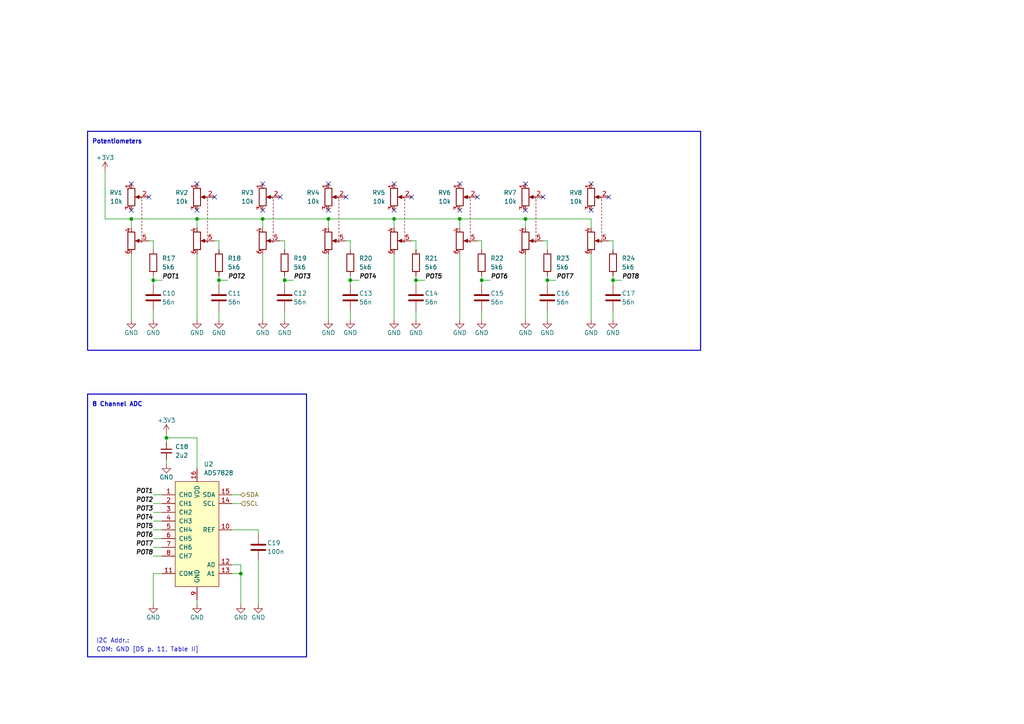
<source format=kicad_sch>
(kicad_sch (version 20230121) (generator eeschema)
  (paper "A4")
  (lib_symbols
    (symbol "Analog_ADC:ADS7828" (pin_names (offset 1.016))
      (property "Reference" "U" (at -5.08 15.24 0))
      (property "Value" "ADS7828" (at 5.08 15.24 0))
      (symbol "ADS7828_0_1"
        (rectangle (start -6.35 13.97) (end 6.35 -16.51) (fill (type background)))
        (rectangle (start 6.35 -15.24) (end 6.35 -15.24))
      )
      (symbol "ADS7828_1_1"
        (pin input line (at -10.16 10.16 0) (length 3.81) (name "CH0") (number "1"))
        (pin bidirectional line (at 10.16 0 180) (length 3.81) (name "REF") (number "10"))
        (pin input line (at -10.16 -12.7 0) (length 3.81) (name "COM") (number "11"))
        (pin input line (at 10.16 -10.16 180) (length 3.81) (name "A0") (number "12"))
        (pin input line (at 10.16 -12.7 180) (length 3.81) (name "A1") (number "13"))
        (pin input line (at 10.16 7.62 180) (length 3.81) (name "SCL") (number "14"))
        (pin bidirectional line (at 10.16 10.16 180) (length 3.81) (name "SDA") (number "15"))
        (pin power_in line (at 0 17.78 270) (length 3.81) (name "VDD") (number "16"))
        (pin input line (at -10.16 7.62 0) (length 3.81) (name "CH1") (number "2"))
        (pin input line (at -10.16 5.08 0) (length 3.81) (name "CH2") (number "3"))
        (pin input line (at -10.16 2.54 0) (length 3.81) (name "CH3") (number "4"))
        (pin input line (at -10.16 0 0) (length 3.81) (name "CH4") (number "5"))
        (pin input line (at -10.16 -2.54 0) (length 3.81) (name "CH5") (number "6"))
        (pin input line (at -10.16 -5.08 0) (length 3.81) (name "CH6") (number "7"))
        (pin input line (at -10.16 -7.62 0) (length 3.81) (name "CH7") (number "8"))
        (pin power_in line (at 0 -20.32 90) (length 3.81) (name "GND") (number "9"))
      )
    )
    (symbol "Device:C" (pin_numbers hide) (pin_names (offset 0.254))
      (property "Reference" "C" (at 0.635 2.54 0))
      (property "Value" "C" (at 0.635 -2.54 0))
      (symbol "C_0_1"
        (polyline (pts (xy -2.032 -0.762) (xy 2.032 -0.762)) (stroke (width 0.508)))
        (polyline (pts (xy -2.032 0.762) (xy 2.032 0.762)) (stroke (width 0.508)))
      )
      (symbol "C_1_1"
        (pin passive line (at 0 3.81 270) (length 2.794) (name "~") (number "1"))
        (pin passive line (at 0 -3.81 90) (length 2.794) (name "~") (number "2"))
      )
    )
    (symbol "Device:C_Small" (pin_numbers hide) (pin_names (offset 0.254) hide)
      (property "Reference" "C" (at 0.254 1.778 0))
      (property "Value" "C_Small" (at 0.254 -2.032 0))
      (symbol "C_Small_0_1"
        (polyline (pts (xy -1.524 -0.508) (xy 1.524 -0.508)) (stroke (width 0.3302)))
        (polyline (pts (xy -1.524 0.508) (xy 1.524 0.508)) (stroke (width 0.3048)))
      )
      (symbol "C_Small_1_1"
        (pin passive line (at 0 2.54 270) (length 2.032) (name "~") (number "1"))
        (pin passive line (at 0 -2.54 90) (length 2.032) (name "~") (number "2"))
      )
    )
    (symbol "Device:R" (pin_numbers hide) (pin_names (offset 0))
      (property "Reference" "R" (at 2.032 0 90))
      (property "Value" "R" (at 0 0 90))
      (symbol "R_0_1"
        (rectangle (start -1.016 -2.54) (end 1.016 2.54) (stroke (width 0.254)))
      )
      (symbol "R_1_1"
        (pin passive line (at 0 3.81 270) (length 1.27) (name "~") (number "1"))
        (pin passive line (at 0 -3.81 90) (length 1.27) (name "~") (number "2"))
      )
    )
    (symbol "Device:R_Potentiometer_Dual" (pin_names (offset 1.016) hide)
      (property "Reference" "RV" (at 0 3.81 0))
      (property "Value" "R_Potentiometer_Dual" (at 0 1.905 0))
      (symbol "R_Potentiometer_Dual_0_1"
        (rectangle (start -8.89 -1.524) (end -3.81 -3.556) (stroke (width 0.254)))
        (polyline (pts (xy -6.35 0) (xy -6.35 -1.016)))
        (polyline (pts (xy -6.35 0) (xy -6.35 -1.016)))
        (polyline (pts (xy -6.35 0) (xy -5.842 0.508)))
        (polyline (pts (xy -5.588 0.508) (xy -5.08 0.508)))
        (polyline (pts (xy -4.572 0.508) (xy -4.064 0.508)))
        (polyline (pts (xy -3.556 0.508) (xy -3.048 0.508)))
        (polyline (pts (xy -2.54 0.508) (xy -2.032 0.508)))
        (polyline (pts (xy -1.524 0.508) (xy -1.016 0.508)))
        (polyline (pts (xy -0.508 0.508) (xy 0 0.508)))
        (polyline (pts (xy 0.508 0.508) (xy 1.016 0.508)))
        (polyline (pts (xy 1.524 0.508) (xy 2.032 0.508)))
        (polyline (pts (xy 2.54 0.508) (xy 3.048 0.508)))
        (polyline (pts (xy 3.556 0.508) (xy 4.064 0.508)))
        (polyline (pts (xy 4.572 0.508) (xy 5.08 0.508)))
        (polyline (pts (xy 5.588 0.508) (xy 6.096 0.508)))
        (polyline (pts (xy 6.35 0) (xy 6.35 -1.016)))
        (polyline (pts (xy 6.35 0) (xy 6.35 -1.016)))
        (polyline (pts (xy 6.604 0.508) (xy 6.858 0.508) (xy 6.35 0)))
        (polyline (pts (xy -6.35 -1.397) (xy -6.858 -0.254) (xy -5.842 -0.254) (xy -6.35 -1.397)) (fill (type outline)))
        (polyline (pts (xy 6.35 -1.397) (xy 5.842 -0.254) (xy 6.858 -0.254) (xy 6.35 -1.397)) (fill (type outline)))
        (rectangle (start 3.81 -1.524) (end 8.89 -3.556) (stroke (width 0.254)))
      )
      (symbol "R_Potentiometer_Dual_1_1"
        (pin passive line (at -10.16 -2.54 0) (length 1.27) (name "1") (number "1"))
        (pin passive line (at -6.35 2.54 270) (length 2.54) (name "2") (number "2"))
        (pin passive line (at -2.54 -2.54 180) (length 1.27) (name "3") (number "3"))
        (pin passive line (at 2.54 -2.54 0) (length 1.27) (name "4") (number "4"))
        (pin passive line (at 6.35 2.54 270) (length 2.54) (name "5") (number "5"))
        (pin passive line (at 10.16 -2.54 180) (length 1.27) (name "6") (number "6"))
      )
    )
    (symbol "power:+3V3" (power) (pin_names (offset 0))
      (property "Value" "+3V3" (at 0 3.556 0))
      (symbol "+3V3_0_1"
        (polyline (pts (xy -0.762 1.27) (xy 0 2.54)))
        (polyline (pts (xy 0 0) (xy 0 2.54)))
        (polyline (pts (xy 0 2.54) (xy 0.762 1.27)))
      )
      (symbol "+3V3_1_1"
        (pin power_in line (at 0 0 90) (length 0) hide (name "+3V3") (number "1"))
      )
    )
    (symbol "power:GND" (power) (pin_names (offset 0))
      (property "Value" "GND" (at 0 -3.81 0))
      (symbol "GND_0_1"
        (polyline (pts (xy 0 0) (xy 0 -1.27) (xy 1.27 -1.27) (xy 0 -2.54) (xy -1.27 -1.27) (xy 0 -1.27)))
      )
      (symbol "GND_1_1"
        (pin power_in line (at 0 0 270) (length 0) hide (name "GND") (number "1"))
      )
    )
  )
  (junction (at 48.26 127))
  (junction (at 101.6 81.28))
  (junction (at 95.25 63.5))
  (junction (at 82.55 81.28))
  (junction (at 152.4 63.5))
  (junction (at 44.45 81.28))
  (junction (at 69.85 166.37))
  (junction (at 158.75 81.28))
  (junction (at 133.35 63.5))
  (junction (at 63.5 81.28))
  (junction (at 177.8 81.28))
  (junction (at 114.3 63.5))
  (junction (at 120.65 81.28))
  (junction (at 38.1 63.5))
  (junction (at 76.2 63.5))
  (junction (at 139.7 81.28))
  (junction (at 57.15 63.5))
  (no_connect (at 157.48 57.15))
  (no_connect (at 38.1 53.34))
  (no_connect (at 95.25 53.34))
  (no_connect (at 133.35 53.34))
  (no_connect (at 43.18 57.15))
  (no_connect (at 171.45 53.34))
  (no_connect (at 100.33 57.15))
  (no_connect (at 57.15 53.34))
  (no_connect (at 133.35 60.96))
  (no_connect (at 76.2 53.34))
  (no_connect (at 114.3 60.96))
  (no_connect (at 95.25 60.96))
  (no_connect (at 114.3 53.34))
  (no_connect (at 152.4 60.96))
  (no_connect (at 176.53 57.15))
  (no_connect (at 152.4 53.34))
  (no_connect (at 81.28 57.15))
  (no_connect (at 62.23 57.15))
  (no_connect (at 119.38 57.15))
  (no_connect (at 171.45 60.96))
  (no_connect (at 138.43 57.15))
  (no_connect (at 38.1 60.96))
  (no_connect (at 76.2 60.96))
  (no_connect (at 57.15 60.96))
  (wire (pts (xy 44.45 92.71) (xy 44.45 90.17)))
  (wire (pts (xy 44.45 158.75) (xy 46.99 158.75)))
  (wire (pts (xy 120.65 80.01) (xy 120.65 81.28)))
  (wire (pts (xy 63.5 80.01) (xy 63.5 81.28)))
  (wire (pts (xy 38.1 63.5) (xy 57.15 63.5)))
  (wire (pts (xy 48.26 127) (xy 57.15 127)))
  (wire (pts (xy 101.6 69.85) (xy 101.6 72.39)))
  (wire (pts (xy 76.2 73.66) (xy 76.2 92.71)))
  (wire (pts (xy 76.2 63.5) (xy 95.25 63.5)))
  (wire (pts (xy 176.53 69.85) (xy 177.8 69.85)))
  (wire (pts (xy 95.25 73.66) (xy 95.25 92.71)))
  (wire (pts (xy 133.35 63.5) (xy 152.4 63.5)))
  (wire (pts (xy 120.65 81.28) (xy 120.65 82.55)))
  (wire (pts (xy 101.6 80.01) (xy 101.6 81.28)))
  (wire (pts (xy 63.5 69.85) (xy 63.5 72.39)))
  (wire (pts (xy 114.3 63.5) (xy 133.35 63.5)))
  (wire (pts (xy 48.26 125.73) (xy 48.26 127)))
  (wire (pts (xy 158.75 81.28) (xy 161.29 81.28)))
  (wire (pts (xy 82.55 92.71) (xy 82.55 90.17)))
  (wire (pts (xy 48.26 127) (xy 48.26 128.27)))
  (wire (pts (xy 114.3 63.5) (xy 114.3 66.04)))
  (wire (pts (xy 139.7 81.28) (xy 142.24 81.28)))
  (wire (pts (xy 63.5 92.71) (xy 63.5 90.17)))
  (wire (pts (xy 46.99 166.37) (xy 44.45 166.37)))
  (wire (pts (xy 114.3 73.66) (xy 114.3 92.71)))
  (wire (pts (xy 81.28 69.85) (xy 82.55 69.85)))
  (wire (pts (xy 44.45 156.21) (xy 46.99 156.21)))
  (wire (pts (xy 139.7 69.85) (xy 139.7 72.39)))
  (wire (pts (xy 57.15 73.66) (xy 57.15 92.71)))
  (wire (pts (xy 67.31 166.37) (xy 69.85 166.37)))
  (wire (pts (xy 57.15 175.26) (xy 57.15 173.99)))
  (wire (pts (xy 120.65 81.28) (xy 123.19 81.28)))
  (wire (pts (xy 120.65 92.71) (xy 120.65 90.17)))
  (wire (pts (xy 177.8 80.01) (xy 177.8 81.28)))
  (wire (pts (xy 95.25 63.5) (xy 114.3 63.5)))
  (wire (pts (xy 63.5 81.28) (xy 63.5 82.55)))
  (wire (pts (xy 69.85 166.37) (xy 69.85 163.83)))
  (wire (pts (xy 152.4 63.5) (xy 171.45 63.5)))
  (wire (pts (xy 139.7 92.71) (xy 139.7 90.17)))
  (wire (pts (xy 74.93 153.67) (xy 67.31 153.67)))
  (wire (pts (xy 44.45 151.13) (xy 46.99 151.13)))
  (wire (pts (xy 139.7 80.01) (xy 139.7 81.28)))
  (wire (pts (xy 82.55 81.28) (xy 82.55 82.55)))
  (wire (pts (xy 30.48 49.53) (xy 30.48 63.5)))
  (wire (pts (xy 44.45 153.67) (xy 46.99 153.67)))
  (wire (pts (xy 158.75 92.71) (xy 158.75 90.17)))
  (wire (pts (xy 44.45 166.37) (xy 44.45 175.26)))
  (wire (pts (xy 69.85 166.37) (xy 69.85 175.26)))
  (wire (pts (xy 158.75 80.01) (xy 158.75 81.28)))
  (wire (pts (xy 44.45 161.29) (xy 46.99 161.29)))
  (wire (pts (xy 100.33 69.85) (xy 101.6 69.85)))
  (wire (pts (xy 44.45 81.28) (xy 44.45 82.55)))
  (wire (pts (xy 76.2 63.5) (xy 76.2 66.04)))
  (wire (pts (xy 38.1 63.5) (xy 38.1 66.04)))
  (wire (pts (xy 82.55 80.01) (xy 82.55 81.28)))
  (wire (pts (xy 44.45 69.85) (xy 44.45 72.39)))
  (wire (pts (xy 44.45 81.28) (xy 46.99 81.28)))
  (wire (pts (xy 30.48 63.5) (xy 38.1 63.5)))
  (wire (pts (xy 44.45 143.51) (xy 46.99 143.51)))
  (wire (pts (xy 67.31 143.51) (xy 69.85 143.51)))
  (wire (pts (xy 57.15 63.5) (xy 76.2 63.5)))
  (wire (pts (xy 171.45 63.5) (xy 171.45 66.04)))
  (wire (pts (xy 67.31 146.05) (xy 69.85 146.05)))
  (wire (pts (xy 133.35 73.66) (xy 133.35 92.71)))
  (wire (pts (xy 62.23 69.85) (xy 63.5 69.85)))
  (wire (pts (xy 38.1 73.66) (xy 38.1 92.71)))
  (wire (pts (xy 57.15 127) (xy 57.15 135.89)))
  (wire (pts (xy 74.93 153.67) (xy 74.93 154.94)))
  (wire (pts (xy 101.6 92.71) (xy 101.6 90.17)))
  (wire (pts (xy 101.6 81.28) (xy 104.14 81.28)))
  (wire (pts (xy 74.93 162.56) (xy 74.93 175.26)))
  (wire (pts (xy 157.48 69.85) (xy 158.75 69.85)))
  (wire (pts (xy 101.6 81.28) (xy 101.6 82.55)))
  (wire (pts (xy 48.26 134.62) (xy 48.26 133.35)))
  (wire (pts (xy 82.55 81.28) (xy 85.09 81.28)))
  (wire (pts (xy 119.38 69.85) (xy 120.65 69.85)))
  (wire (pts (xy 67.31 163.83) (xy 69.85 163.83)))
  (wire (pts (xy 177.8 81.28) (xy 177.8 82.55)))
  (wire (pts (xy 138.43 69.85) (xy 139.7 69.85)))
  (wire (pts (xy 152.4 73.66) (xy 152.4 92.71)))
  (wire (pts (xy 152.4 63.5) (xy 152.4 66.04)))
  (wire (pts (xy 63.5 81.28) (xy 66.04 81.28)))
  (wire (pts (xy 177.8 92.71) (xy 177.8 90.17)))
  (wire (pts (xy 177.8 69.85) (xy 177.8 72.39)))
  (wire (pts (xy 57.15 63.5) (xy 57.15 66.04)))
  (wire (pts (xy 120.65 69.85) (xy 120.65 72.39)))
  (wire (pts (xy 158.75 69.85) (xy 158.75 72.39)))
  (wire (pts (xy 139.7 81.28) (xy 139.7 82.55)))
  (wire (pts (xy 171.45 73.66) (xy 171.45 92.71)))
  (wire (pts (xy 44.45 80.01) (xy 44.45 81.28)))
  (wire (pts (xy 158.75 81.28) (xy 158.75 82.55)))
  (wire (pts (xy 177.8 81.28) (xy 180.34 81.28)))
  (wire (pts (xy 133.35 63.5) (xy 133.35 66.04)))
  (wire (pts (xy 44.45 146.05) (xy 46.99 146.05)))
  (wire (pts (xy 44.45 148.59) (xy 46.99 148.59)))
  (wire (pts (xy 43.18 69.85) (xy 44.45 69.85)))
  (wire (pts (xy 82.55 69.85) (xy 82.55 72.39)))
  (wire (pts (xy 95.25 63.5) (xy 95.25 66.04)))
  (rectangle (start 25.4 38.1) (end 203.2 101.6) (stroke (width 0.3)))
  (rectangle (start 58.42 132.08) (end 58.42 132.08))
  (rectangle (start 25.4 114.3) (end 88.9 190.5) (stroke (width 0.3)))
  (text "I2C Addr.:" (at 27.94 186.69 0) (effects (font (size 1.27 1.27)) (justify left bottom)))
  (text "COM: GND [DS p. 11, Table II]" (at 27.94 189.23 0) (effects (font (size 1.27 1.27)) (justify left bottom)))
  (text "8 Channel ADC" (at 26.67 118.11 0) (effects (font (size 1.27 1.27) (thickness 0.254) bold) (justify left bottom)))
  (text "Potentiometers" (at 26.67 41.91 0) (effects (font (size 1.27 1.27) (thickness 0.254) bold) (justify left bottom)))
  (label "POT1" (at 46.99 81.28 0) (effects (font (thickness 0.254) bold italic)))
  (label "POT2" (at 44.45 146.05 180) (effects (font (thickness 0.254) bold italic)))
  (label "POT4" (at 104.14 81.28 0) (effects (font (thickness 0.254) bold italic)))
  (label "POT7" (at 44.45 158.75 180) (effects (font (thickness 0.254) bold italic)))
  (label "POT3" (at 85.09 81.28 0) (effects (font (thickness 0.254) bold italic)))
  (label "POT4" (at 44.45 151.13 180) (effects (font (thickness 0.254) bold italic)))
  (label "POT5" (at 44.45 153.67 180) (effects (font (thickness 0.254) bold italic)))
  (label "POT3" (at 44.45 148.59 180) (effects (font (thickness 0.254) bold italic)))
  (label "POT6" (at 44.45 156.21 180) (effects (font (thickness 0.254) bold italic)))
  (label "POT2" (at 66.04 81.28 0) (effects (font (thickness 0.254) bold italic)))
  (label "POT7" (at 161.29 81.28 0) (effects (font (thickness 0.254) bold italic)))
  (label "POT8" (at 44.45 161.29 180) (effects (font (thickness 0.254) bold italic)))
  (label "POT1" (at 44.45 143.51 180) (effects (font (thickness 0.254) bold italic)))
  (label "POT8" (at 180.34 81.28 0) (effects (font (thickness 0.254) bold italic)))
  (label "POT5" (at 123.19 81.28 0) (effects (font (thickness 0.254) bold italic)))
  (label "POT6" (at 142.24 81.28 0) (effects (font (thickness 0.254) bold italic)))
  (hierarchical_label "SCL" (shape input) (at 69.85 146.05 0))
  (hierarchical_label "SDA" (shape bidirectional) (at 69.85 143.51 0))
  (symbol (lib_id "power:GND") (at 69.85 175.26 0) (unit 1)
    (property "Reference" "#PWR039" (effects hide))
    (property "Value" "GND" (at 69.85 179.07 0))
    (instances (project "SoundControl" (path "" (reference "#PWR039") (unit 1)) (path "" (reference "#PWR058") (unit 1))))
  )
  (symbol (lib_id "Device:C") (at 44.45 86.36 0) (unit 1)
    (property "Reference" "C10" (at 46.99 85.09 0) (effects (justify left)))
    (property "Value" "56n" (at 46.99 87.63 0) (effects (justify left)))
    (property "Footprint" "Capacitor_SMD:C_1206_3216Metric_Pad1.33x1.80mm_HandSolder" (effects hide))
  )
  (symbol (lib_id "power:GND") (at 74.93 175.26 0) (unit 1)
    (property "Reference" "#PWR039" (effects hide))
    (property "Value" "GND" (at 74.93 179.07 0))
    (instances (project "SoundControl" (path "" (reference "#PWR039") (unit 1)) (path "" (reference "#PWR059") (unit 1))))
  )
  (symbol (lib_id "Device:R_Potentiometer_Dual") (at 173.99 63.5 270) (unit 1)
    (property "Reference" "RV8" (at 168.91 55.88 90) (effects (justify right)))
    (property "Value" "10k" (at 168.91 58.42 90) (effects (justify right)))
    (property "Footprint" "Poti:RS60112A600N" (effects hide))
  )
  (symbol (lib_id "power:+3V3") (at 30.48 49.53 0) (unit 1)
    (property "Reference" "#PWR037" (effects hide))
    (property "Value" "+3V3" (at 30.48 45.72 0))
  )
  (symbol (lib_id "power:GND") (at 38.1 92.71 0) (unit 1)
    (property "Reference" "#PWR02" (effects hide))
    (property "Value" "GND" (at 38.1 96.52 0))
    (instances (project "SoundControl" (path "" (reference "#PWR02") (unit 1)) (path "" (reference "#PWR038") (unit 1))))
  )
  (symbol (lib_id "power:GND") (at 44.45 175.26 0) (unit 1)
    (property "Reference" "#PWR039" (effects hide))
    (property "Value" "GND" (at 44.45 179.07 0))
    (instances (project "SoundControl" (path "" (reference "#PWR039") (unit 1)) (path "" (reference "#PWR056") (unit 1))))
  )
  (symbol (lib_id "Device:R") (at 82.55 76.2 0) (unit 1)
    (property "Reference" "R19" (at 85.09 74.93 0) (effects (justify left)))
    (property "Value" "5k6" (at 85.09 77.47 0) (effects (justify left)))
    (property "Footprint" "Resistor_SMD:R_1206_3216Metric_Pad1.30x1.75mm_HandSolder" (effects hide))
  )
  (symbol (lib_id "power:GND") (at 57.15 175.26 0) (unit 1)
    (property "Reference" "#PWR038" (effects hide))
    (property "Value" "GND" (at 57.15 179.07 0))
    (instances (project "SoundControl" (path "" (reference "#PWR038") (unit 1)) (path "" (reference "#PWR057") (unit 1))))
  )
  (symbol (lib_id "power:GND") (at 177.8 92.71 0) (unit 1)
    (property "Reference" "#PWR02" (effects hide))
    (property "Value" "GND" (at 177.8 96.52 0))
    (instances (project "SoundControl" (path "" (reference "#PWR02") (unit 1)) (path "" (reference "#PWR053") (unit 1))))
  )
  (symbol (lib_id "Device:C") (at 158.75 86.36 0) (unit 1)
    (property "Reference" "C16" (at 161.29 85.09 0) (effects (justify left)))
    (property "Value" "56n" (at 161.29 87.63 0) (effects (justify left)))
    (property "Footprint" "Capacitor_SMD:C_1206_3216Metric_Pad1.33x1.80mm_HandSolder" (effects hide))
  )
  (symbol (lib_id "Device:R") (at 63.5 76.2 0) (unit 1)
    (property "Reference" "R18" (at 66.04 74.93 0) (effects (justify left)))
    (property "Value" "5k6" (at 66.04 77.47 0) (effects (justify left)))
    (property "Footprint" "Resistor_SMD:R_1206_3216Metric_Pad1.30x1.75mm_HandSolder" (effects hide))
  )
  (symbol (lib_id "Device:R") (at 139.7 76.2 0) (unit 1)
    (property "Reference" "R22" (at 142.24 74.93 0) (effects (justify left)))
    (property "Value" "5k6" (at 142.24 77.47 0) (effects (justify left)))
    (property "Footprint" "Resistor_SMD:R_1206_3216Metric_Pad1.30x1.75mm_HandSolder" (effects hide))
  )
  (symbol (lib_id "power:GND") (at 95.25 92.71 0) (unit 1)
    (property "Reference" "#PWR02" (effects hide))
    (property "Value" "GND" (at 95.25 96.52 0))
    (instances (project "SoundControl" (path "" (reference "#PWR02") (unit 1)) (path "" (reference "#PWR044") (unit 1))))
  )
  (symbol (lib_id "Device:C") (at 82.55 86.36 0) (unit 1)
    (property "Reference" "C12" (at 85.09 85.09 0) (effects (justify left)))
    (property "Value" "56n" (at 85.09 87.63 0) (effects (justify left)))
    (property "Footprint" "Capacitor_SMD:C_1206_3216Metric_Pad1.33x1.80mm_HandSolder" (effects hide))
  )
  (symbol (lib_id "Device:C") (at 177.8 86.36 0) (unit 1)
    (property "Reference" "C17" (at 180.34 85.09 0) (effects (justify left)))
    (property "Value" "56n" (at 180.34 87.63 0) (effects (justify left)))
    (property "Footprint" "Capacitor_SMD:C_1206_3216Metric_Pad1.33x1.80mm_HandSolder" (effects hide))
  )
  (symbol (lib_id "Device:R_Potentiometer_Dual") (at 59.69 63.5 270) (unit 1)
    (property "Reference" "RV2" (at 54.61 55.88 90) (effects (justify right)))
    (property "Value" "10k" (at 54.61 58.42 90) (effects (justify right)))
    (property "Footprint" "Poti:RS60112A600N" (effects hide))
  )
  (symbol (lib_id "Device:C") (at 101.6 86.36 0) (unit 1)
    (property "Reference" "C13" (at 104.14 85.09 0) (effects (justify left)))
    (property "Value" "56n" (at 104.14 87.63 0) (effects (justify left)))
    (property "Footprint" "Capacitor_SMD:C_1206_3216Metric_Pad1.33x1.80mm_HandSolder" (effects hide))
  )
  (symbol (lib_id "Device:C_Small") (at 48.26 130.81 0) (unit 1)
    (property "Reference" "C18" (at 50.8 129.5463 0) (effects (justify left)))
    (property "Value" "2u2" (at 50.8 132.0863 0) (effects (justify left)))
    (property "Footprint" "Capacitor_SMD:C_1206_3216Metric_Pad1.33x1.80mm_HandSolder" (effects hide))
  )
  (symbol (lib_id "power:GND") (at 133.35 92.71 0) (unit 1)
    (property "Reference" "#PWR02" (effects hide))
    (property "Value" "GND" (at 133.35 96.52 0))
    (instances (project "SoundControl" (path "" (reference "#PWR02") (unit 1)) (path "" (reference "#PWR048") (unit 1))))
  )
  (symbol (lib_id "Device:R_Potentiometer_Dual") (at 97.79 63.5 270) (unit 1)
    (property "Reference" "RV4" (at 92.71 55.88 90) (effects (justify right)))
    (property "Value" "10k" (at 92.71 58.42 90) (effects (justify right)))
    (property "Footprint" "Poti:RS60112A600N" (effects hide))
  )
  (symbol (lib_id "power:GND") (at 171.45 92.71 0) (unit 1)
    (property "Reference" "#PWR02" (effects hide))
    (property "Value" "GND" (at 171.45 96.52 0))
    (instances (project "SoundControl" (path "" (reference "#PWR02") (unit 1)) (path "" (reference "#PWR052") (unit 1))))
  )
  (symbol (lib_id "Device:C") (at 74.93 158.75 0) (unit 1)
    (property "Reference" "C19" (at 77.47 157.48 0) (effects (justify left)))
    (property "Value" "100n" (at 77.47 160.02 0) (effects (justify left)))
    (property "Footprint" "Capacitor_SMD:C_1206_3216Metric_Pad1.33x1.80mm_HandSolder" (effects hide))
  )
  (symbol (lib_id "Device:R_Potentiometer_Dual") (at 78.74 63.5 270) (unit 1)
    (property "Reference" "RV3" (at 73.66 55.88 90) (effects (justify right)))
    (property "Value" "10k" (at 73.66 58.42 90) (effects (justify right)))
    (property "Footprint" "Poti:RS60112A600N" (effects hide))
  )
  (symbol (lib_id "power:GND") (at 48.26 134.62 0) (unit 1)
    (property "Reference" "#PWR039" (effects hide))
    (property "Value" "GND" (at 48.26 138.43 0))
    (instances (project "SoundControl" (path "" (reference "#PWR039") (unit 1)) (path "" (reference "#PWR055") (unit 1))))
  )
  (symbol (lib_id "power:GND") (at 82.55 92.71 0) (unit 1)
    (property "Reference" "#PWR02" (effects hide))
    (property "Value" "GND" (at 82.55 96.52 0))
    (instances (project "SoundControl" (path "" (reference "#PWR02") (unit 1)) (path "" (reference "#PWR043") (unit 1))))
  )
  (symbol (lib_id "Device:R_Potentiometer_Dual") (at 135.89 63.5 270) (unit 1)
    (property "Reference" "RV6" (at 130.81 55.88 90) (effects (justify right)))
    (property "Value" "10k" (at 130.81 58.42 90) (effects (justify right)))
    (property "Footprint" "Poti:RS60112A600N" (effects hide))
  )
  (symbol (lib_id "Device:R") (at 44.45 76.2 0) (unit 1)
    (property "Reference" "R17" (at 46.99 74.93 0) (effects (justify left)))
    (property "Value" "5k6" (at 46.99 77.47 0) (effects (justify left)))
    (property "Footprint" "Resistor_SMD:R_1206_3216Metric_Pad1.30x1.75mm_HandSolder" (effects hide))
  )
  (symbol (lib_id "power:GND") (at 63.5 92.71 0) (unit 1)
    (property "Reference" "#PWR02" (effects hide))
    (property "Value" "GND" (at 63.5 96.52 0))
    (instances (project "SoundControl" (path "" (reference "#PWR02") (unit 1)) (path "" (reference "#PWR041") (unit 1))))
  )
  (symbol (lib_id "power:GND") (at 57.15 92.71 0) (unit 1)
    (property "Reference" "#PWR02" (effects hide))
    (property "Value" "GND" (at 57.15 96.52 0))
    (instances (project "SoundControl" (path "" (reference "#PWR02") (unit 1)) (path "" (reference "#PWR040") (unit 1))))
  )
  (symbol (lib_id "power:+3V3") (at 48.26 125.73 0) (unit 1)
    (property "Reference" "#PWR01" (effects hide))
    (property "Value" "+3V3" (at 48.26 121.92 0))
    (instances (project "SoundControl" (path "" (reference "#PWR01") (unit 1)) (path "" (reference "#PWR054") (unit 1))))
  )
  (symbol (lib_id "power:GND") (at 76.2 92.71 0) (unit 1)
    (property "Reference" "#PWR02" (effects hide))
    (property "Value" "GND" (at 76.2 96.52 0))
    (instances (project "SoundControl" (path "" (reference "#PWR02") (unit 1)) (path "" (reference "#PWR042") (unit 1))))
  )
  (symbol (lib_id "power:GND") (at 139.7 92.71 0) (unit 1)
    (property "Reference" "#PWR02" (effects hide))
    (property "Value" "GND" (at 139.7 96.52 0))
    (instances (project "SoundControl" (path "" (reference "#PWR02") (unit 1)) (path "" (reference "#PWR049") (unit 1))))
  )
  (symbol (lib_id "Device:R_Potentiometer_Dual") (at 116.84 63.5 270) (unit 1)
    (property "Reference" "RV5" (at 111.76 55.88 90) (effects (justify right)))
    (property "Value" "10k" (at 111.76 58.42 90) (effects (justify right)))
    (property "Footprint" "Poti:RS60112A600N" (effects hide))
  )
  (symbol (lib_id "Device:C") (at 120.65 86.36 0) (unit 1)
    (property "Reference" "C14" (at 123.19 85.09 0) (effects (justify left)))
    (property "Value" "56n" (at 123.19 87.63 0) (effects (justify left)))
    (property "Footprint" "Capacitor_SMD:C_1206_3216Metric_Pad1.33x1.80mm_HandSolder" (effects hide))
  )
  (symbol (lib_id "Device:R") (at 120.65 76.2 0) (unit 1)
    (property "Reference" "R21" (at 123.19 74.93 0) (effects (justify left)))
    (property "Value" "5k6" (at 123.19 77.47 0) (effects (justify left)))
    (property "Footprint" "Resistor_SMD:R_1206_3216Metric_Pad1.30x1.75mm_HandSolder" (effects hide))
  )
  (symbol (lib_id "Device:R_Potentiometer_Dual") (at 154.94 63.5 270) (unit 1)
    (property "Reference" "RV7" (at 149.86 55.88 90) (effects (justify right)))
    (property "Value" "10k" (at 149.86 58.42 90) (effects (justify right)))
    (property "Footprint" "Poti:RS60112A600N" (effects hide))
  )
  (symbol (lib_id "power:GND") (at 101.6 92.71 0) (unit 1)
    (property "Reference" "#PWR02" (effects hide))
    (property "Value" "GND" (at 101.6 96.52 0))
    (instances (project "SoundControl" (path "" (reference "#PWR02") (unit 1)) (path "" (reference "#PWR045") (unit 1))))
  )
  (symbol (lib_id "power:GND") (at 114.3 92.71 0) (unit 1)
    (property "Reference" "#PWR02" (effects hide))
    (property "Value" "GND" (at 114.3 96.52 0))
    (instances (project "SoundControl" (path "" (reference "#PWR02") (unit 1)) (path "" (reference "#PWR046") (unit 1))))
  )
  (symbol (lib_id "Device:C") (at 63.5 86.36 0) (unit 1)
    (property "Reference" "C11" (at 66.04 85.09 0) (effects (justify left)))
    (property "Value" "56n" (at 66.04 87.63 0) (effects (justify left)))
    (property "Footprint" "Capacitor_SMD:C_1206_3216Metric_Pad1.33x1.80mm_HandSolder" (effects hide))
  )
  (symbol (lib_id "power:GND") (at 120.65 92.71 0) (unit 1)
    (property "Reference" "#PWR02" (effects hide))
    (property "Value" "GND" (at 120.65 96.52 0))
    (instances (project "SoundControl" (path "" (reference "#PWR02") (unit 1)) (path "" (reference "#PWR047") (unit 1))))
  )
  (symbol (lib_id "Device:R") (at 158.75 76.2 0) (unit 1)
    (property "Reference" "R23" (at 161.29 74.93 0) (effects (justify left)))
    (property "Value" "5k6" (at 161.29 77.47 0) (effects (justify left)))
    (property "Footprint" "Resistor_SMD:R_1206_3216Metric_Pad1.30x1.75mm_HandSolder" (effects hide))
  )
  (symbol (lib_id "Device:R_Potentiometer_Dual") (at 40.64 63.5 270) (unit 1)
    (property "Reference" "RV1" (at 35.56 55.88 90) (effects (justify right)))
    (property "Value" "10k" (at 35.56 58.42 90) (effects (justify right)))
    (property "Footprint" "Poti:RS60112A600N" (effects hide))
  )
  (symbol (lib_id "Device:C") (at 139.7 86.36 0) (unit 1)
    (property "Reference" "C15" (at 142.24 85.09 0) (effects (justify left)))
    (property "Value" "56n" (at 142.24 87.63 0) (effects (justify left)))
    (property "Footprint" "Capacitor_SMD:C_1206_3216Metric_Pad1.33x1.80mm_HandSolder" (effects hide))
  )
  (symbol (lib_id "power:GND") (at 158.75 92.71 0) (unit 1)
    (property "Reference" "#PWR02" (effects hide))
    (property "Value" "GND" (at 158.75 96.52 0))
    (instances (project "SoundControl" (path "" (reference "#PWR02") (unit 1)) (path "" (reference "#PWR051") (unit 1))))
  )
  (symbol (lib_id "Analog_ADC:ADS7828") (at 57.15 153.67 0) (unit 1)
    (property "Reference" "U2" (at 59.1059 134.62 0) (effects (justify left)))
    (property "Value" "ADS7828" (at 59.1059 137.16 0) (effects (justify left)))
    (property "Footprint" "Package_SO:TSSOP-16_4.4x5mm_P0.65mm" (effects hide))
    (property "Datasheet" "http://www.ti.com/lit/ds/symlink/ads7828.pdf" (effects hide))
  )
  (symbol (lib_id "power:GND") (at 44.45 92.71 0) (unit 1)
    (property "Reference" "#PWR02" (effects hide))
    (property "Value" "GND" (at 44.45 96.52 0))
    (instances (project "SoundControl" (path "" (reference "#PWR02") (unit 1)) (path "" (reference "#PWR039") (unit 1))))
  )
  (symbol (lib_id "Device:R") (at 177.8 76.2 0) (unit 1)
    (property "Reference" "R24" (at 180.34 74.93 0) (effects (justify left)))
    (property "Value" "5k6" (at 180.34 77.47 0) (effects (justify left)))
    (property "Footprint" "Resistor_SMD:R_1206_3216Metric_Pad1.30x1.75mm_HandSolder" (effects hide))
  )
  (symbol (lib_id "power:GND") (at 152.4 92.71 0) (unit 1)
    (property "Reference" "#PWR02" (effects hide))
    (property "Value" "GND" (at 152.4 96.52 0))
    (instances (project "SoundControl" (path "" (reference "#PWR02") (unit 1)) (path "" (reference "#PWR050") (unit 1))))
  )
  (symbol (lib_id "Device:R") (at 101.6 76.2 0) (unit 1)
    (property "Reference" "R20" (at 104.14 74.93 0) (effects (justify left)))
    (property "Value" "5k6" (at 104.14 77.47 0) (effects (justify left)))
    (property "Footprint" "Resistor_SMD:R_1206_3216Metric_Pad1.30x1.75mm_HandSolder" (effects hide))
  )
)
</source>
